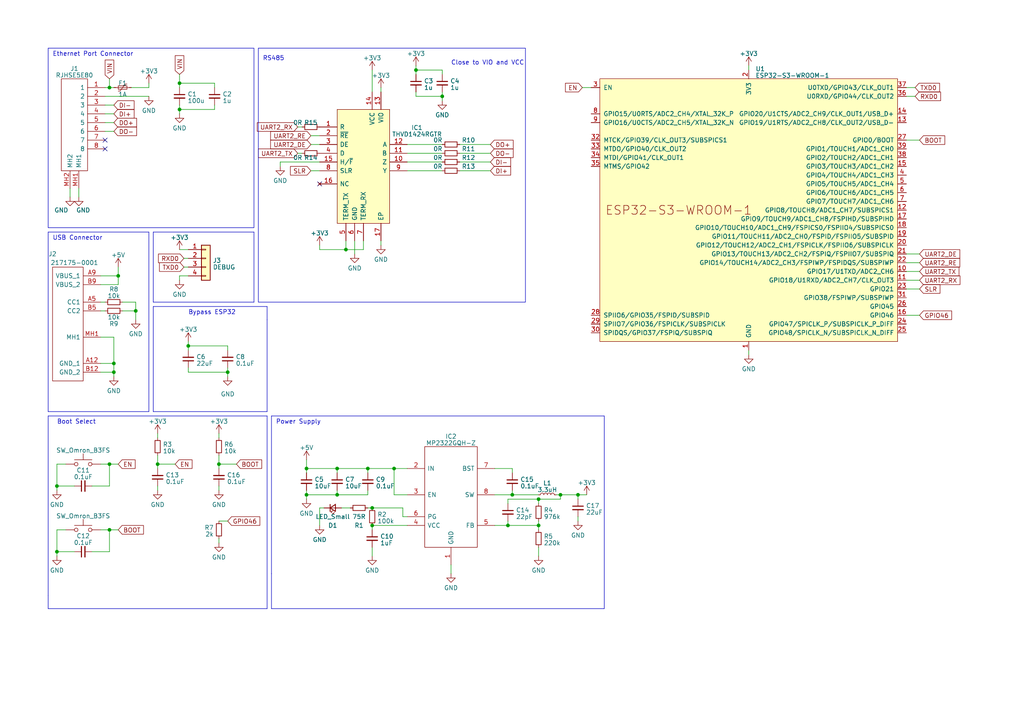
<source format=kicad_sch>
(kicad_sch (version 20230121) (generator eeschema)
  (paper "A4")
  (lib_symbols
    (symbol "Connector_Generic:Conn_01x04" (pin_names (offset 1.016) hide)
      (property "Reference" "J" (at 0 5.08 0))
      (property "Value" "Conn_01x04" (at 0 -7.62 0))
      (symbol "Conn_01x04_1_1"
        (rectangle (start -1.27 -4.953) (end 0 -5.207) (stroke (width 0.1524)))
        (rectangle (start -1.27 -2.413) (end 0 -2.667) (stroke (width 0.1524)))
        (rectangle (start -1.27 0.127) (end 0 -0.127) (stroke (width 0.1524)))
        (rectangle (start -1.27 2.667) (end 0 2.413) (stroke (width 0.1524)))
        (rectangle (start -1.27 3.81) (end 1.27 -6.35) (stroke (width 0.254)) (fill (type background)))
        (pin passive line (at -5.08 2.54 0) (length 3.81) (name "Pin_1") (number "1"))
        (pin passive line (at -5.08 0 0) (length 3.81) (name "Pin_2") (number "2"))
        (pin passive line (at -5.08 -2.54 0) (length 3.81) (name "Pin_3") (number "3"))
        (pin passive line (at -5.08 -5.08 0) (length 3.81) (name "Pin_4") (number "4"))
      )
    )
    (symbol "Device:C_Small" (pin_numbers hide) (pin_names (offset 0.254) hide)
      (property "Reference" "C" (at 0.254 1.778 0))
      (property "Value" "C_Small" (at 0.254 -2.032 0))
      (symbol "C_Small_0_1"
        (polyline (pts (xy -1.524 -0.508) (xy 1.524 -0.508)) (stroke (width 0.3302)))
        (polyline (pts (xy -1.524 0.508) (xy 1.524 0.508)) (stroke (width 0.3048)))
      )
      (symbol "C_Small_1_1"
        (pin passive line (at 0 2.54 270) (length 2.032) (name "~") (number "1"))
        (pin passive line (at 0 -2.54 90) (length 2.032) (name "~") (number "2"))
      )
    )
    (symbol "Device:LED_Small" (pin_numbers hide) (pin_names (offset 0.254) hide)
      (property "Reference" "D" (at -1.27 3.175 0))
      (property "Value" "LED_Small" (at -4.445 -2.54 0))
      (symbol "LED_Small_0_1"
        (polyline (pts (xy -0.762 -1.016) (xy -0.762 1.016)) (stroke (width 0.254)))
        (polyline (pts (xy 1.016 0) (xy -0.762 0)))
        (polyline (pts (xy 0.762 -1.016) (xy -0.762 0) (xy 0.762 1.016) (xy 0.762 -1.016)) (stroke (width 0.254)))
        (polyline (pts (xy 0 0.762) (xy -0.508 1.27) (xy -0.254 1.27) (xy -0.508 1.27) (xy -0.508 1.016)))
        (polyline (pts (xy 0.508 1.27) (xy 0 1.778) (xy 0.254 1.778) (xy 0 1.778) (xy 0 1.524)))
      )
      (symbol "LED_Small_1_1"
        (pin passive line (at -2.54 0 0) (length 1.778) (name "K") (number "1"))
        (pin passive line (at 2.54 0 180) (length 1.778) (name "A") (number "2"))
      )
    )
    (symbol "Device:L_Small" (pin_numbers hide) (pin_names (offset 0.254) hide)
      (property "Reference" "L" (at 0.762 1.016 0))
      (property "Value" "L_Small" (at 0.762 -1.016 0))
      (symbol "L_Small_0_1"
        (arc (start 0 -2.032) (mid 0.5058 -1.524) (end 0 -1.016))
        (arc (start 0 -1.016) (mid 0.5058 -0.508) (end 0 0))
        (arc (start 0 0) (mid 0.5058 0.508) (end 0 1.016))
        (arc (start 0 1.016) (mid 0.5058 1.524) (end 0 2.032))
      )
      (symbol "L_Small_1_1"
        (pin passive line (at 0 2.54 270) (length 0.508) (name "~") (number "1"))
        (pin passive line (at 0 -2.54 90) (length 0.508) (name "~") (number "2"))
      )
    )
    (symbol "Device:Polyfuse_Small" (pin_numbers hide) (pin_names (offset 0))
      (property "Reference" "F" (at -1.905 0 90))
      (property "Value" "Polyfuse_Small" (at 1.905 0 90))
      (symbol "Polyfuse_Small_0_1"
        (rectangle (start -0.508 1.27) (end 0.508 -1.27))
        (polyline (pts (xy 0 2.54) (xy 0 -2.54)))
        (polyline (pts (xy -1.016 1.27) (xy -1.016 0.762) (xy 1.016 -0.762) (xy 1.016 -1.27)))
      )
      (symbol "Polyfuse_Small_1_1"
        (pin passive line (at 0 2.54 270) (length 0.635) (name "~") (number "1"))
        (pin passive line (at 0 -2.54 90) (length 0.635) (name "~") (number "2"))
      )
    )
    (symbol "Device:R_Small" (pin_numbers hide) (pin_names (offset 0.254) hide)
      (property "Reference" "R" (at 0.762 0.508 0))
      (property "Value" "R_Small" (at 0.762 -1.016 0))
      (symbol "R_Small_0_1"
        (rectangle (start -0.762 1.778) (end 0.762 -1.778) (stroke (width 0.2032)))
      )
      (symbol "R_Small_1_1"
        (pin passive line (at 0 2.54 270) (length 0.762) (name "~") (number "1"))
        (pin passive line (at 0 -2.54 90) (length 0.762) (name "~") (number "2"))
      )
    )
    (symbol "Espressif:ESP32-S3-WROOM-1" (pin_names (offset 1.016))
      (property "Reference" "U" (at -43.18 43.18 0))
      (property "Value" "ESP32-S3-WROOM-1" (at -43.18 40.64 0))
      (symbol "ESP32-S3-WROOM-1_0_0"
        (text "ESP32-S3-WROOM-1" (at -20.32 0 0) (effects (font (size 2.54 2.54))))
        (pin power_in line (at 0 -40.64 90) (length 2.54) (name "GND") (number "1"))
        (pin bidirectional line (at 45.72 -17.78 180) (length 2.54) (name "GPIO17/U1TXD/ADC2_CH6") (number "10"))
        (pin bidirectional line (at 45.72 -20.32 180) (length 2.54) (name "GPIO18/U1RXD/ADC2_CH7/CLK_OUT3") (number "11"))
        (pin bidirectional line (at 45.72 0 180) (length 2.54) (name "GPIO8/TOUCH8/ADC1_CH7/SUBSPICS1") (number "12"))
        (pin bidirectional line (at 45.72 25.4 180) (length 2.54) (name "GPIO19/U1RTS/ADC2_CH8/CLK_OUT2/USB_D-") (number "13"))
        (pin bidirectional line (at 45.72 27.94 180) (length 2.54) (name "GPIO20/U1CTS/ADC2_CH9/CLK_OUT1/USB_D+") (number "14"))
        (pin bidirectional line (at 45.72 12.7 180) (length 2.54) (name "GPIO3/TOUCH3/ADC1_CH2") (number "15"))
        (pin bidirectional line (at 45.72 -30.48 180) (length 2.54) (name "GPIO46") (number "16"))
        (pin bidirectional line (at 45.72 -2.54 180) (length 2.54) (name "GPIO9/TOUCH9/ADC1_CH8/FSPIHD/SUBSPIHD") (number "17"))
        (pin bidirectional line (at 45.72 -5.08 180) (length 2.54) (name "GPIO10/TOUCH10/ADC1_CH9/FSPICS0/FSPIIO4/SUBSPICS0") (number "18"))
        (pin bidirectional line (at 45.72 -7.62 180) (length 2.54) (name "GPIO11/TOUCH11/ADC2_CH0/FSPID/FSPIIO5/SUBSPID") (number "19"))
        (pin power_in line (at 0 40.64 270) (length 2.54) (name "3V3") (number "2"))
        (pin bidirectional line (at 45.72 -10.16 180) (length 2.54) (name "GPIO12/TOUCH12/ADC2_CH1/FSPICLK/FSPIIO6/SUBSPICLK") (number "20"))
        (pin bidirectional line (at 45.72 -12.7 180) (length 2.54) (name "GPIO13/TOUCH13/ADC2_CH2/FSPIQ/FSPIIO7/SUBSPIQ") (number "21"))
        (pin bidirectional line (at 45.72 -15.24 180) (length 2.54) (name "GPIO14/TOUCH14/ADC2_CH3/FSPIWP/FSPIDQS/SUBSPIWP") (number "22"))
        (pin bidirectional line (at 45.72 -22.86 180) (length 2.54) (name "GPIO21") (number "23"))
        (pin bidirectional line (at 45.72 -33.02 180) (length 2.54) (name "GPIO47/SPICLK_P/SUBSPICLK_P_DIFF") (number "24"))
        (pin bidirectional line (at 45.72 -35.56 180) (length 2.54) (name "GPIO48/SPICLK_N/SUBSPICLK_N_DIFF") (number "25"))
        (pin bidirectional line (at 45.72 -27.94 180) (length 2.54) (name "GPIO45") (number "26"))
        (pin bidirectional line (at 45.72 20.32 180) (length 2.54) (name "GPIO0/BOOT") (number "27"))
        (pin bidirectional line (at -45.72 -30.48 0) (length 2.54) (name "SPIIO6/GPIO35/FSPID/SUBSPID") (number "28"))
        (pin bidirectional line (at -45.72 -33.02 0) (length 2.54) (name "SPIIO7/GPIO36/FSPICLK/SUBSPICLK") (number "29"))
        (pin input line (at -45.72 35.56 0) (length 2.54) (name "EN") (number "3"))
        (pin bidirectional line (at -45.72 -35.56 0) (length 2.54) (name "SPIDQS/GPIO37/FSPIQ/SUBSPIQ") (number "30"))
        (pin bidirectional line (at 45.72 -25.4 180) (length 2.54) (name "GPIO38/FSPIWP/SUBSPIWP") (number "31"))
        (pin bidirectional line (at -45.72 20.32 0) (length 2.54) (name "MTCK/GPIO39/CLK_OUT3/SUBSPICS1") (number "32"))
        (pin bidirectional line (at -45.72 17.78 0) (length 2.54) (name "MTDO/GPIO40/CLK_OUT2") (number "33"))
        (pin bidirectional line (at -45.72 15.24 0) (length 2.54) (name "MTDI/GPIO41/CLK_OUT1") (number "34"))
        (pin bidirectional line (at -45.72 12.7 0) (length 2.54) (name "MTMS/GPIO42") (number "35"))
        (pin bidirectional line (at 45.72 33.02 180) (length 2.54) (name "U0RXD/GPIO44/CLK_OUT2") (number "36"))
        (pin bidirectional line (at 45.72 35.56 180) (length 2.54) (name "U0TXD/GPIO43/CLK_OUT1") (number "37"))
        (pin bidirectional line (at 45.72 15.24 180) (length 2.54) (name "GPIO2/TOUCH2/ADC1_CH1") (number "38"))
        (pin bidirectional line (at 45.72 17.78 180) (length 2.54) (name "GPIO1/TOUCH1/ADC1_CH0") (number "39"))
        (pin bidirectional line (at 45.72 10.16 180) (length 2.54) (name "GPIO4/TOUCH4/ADC1_CH3") (number "4"))
        (pin passive line (at 0 -40.64 90) (length 2.54) hide (name "GND") (number "40"))
        (pin passive line (at 0 -40.64 90) (length 2.54) hide (name "GND") (number "41"))
        (pin bidirectional line (at 45.72 7.62 180) (length 2.54) (name "GPIO5/TOUCH5/ADC1_CH4") (number "5"))
        (pin bidirectional line (at 45.72 5.08 180) (length 2.54) (name "GPIO6/TOUCH6/ADC1_CH5") (number "6"))
        (pin bidirectional line (at 45.72 2.54 180) (length 2.54) (name "GPIO7/TOUCH7/ADC1_CH6") (number "7"))
        (pin bidirectional line (at -45.72 27.94 0) (length 2.54) (name "GPIO15/U0RTS/ADC2_CH4/XTAL_32K_P") (number "8"))
        (pin bidirectional line (at -45.72 25.4 0) (length 2.54) (name "GPIO16/U0CTS/ADC2_CH5/XTAL_32K_N") (number "9"))
      )
      (symbol "ESP32-S3-WROOM-1_0_1"
        (rectangle (start -43.18 38.1) (end 43.18 -38.1) (fill (type background)))
      )
    )
    (symbol "SamacSys_Parts:THVD1424RGTR" (pin_names (offset 0.762))
      (property "Reference" "IC" (at 21.59 15.24 0))
      (property "Value" "THVD1424RGTR" (at 21.59 12.7 0))
      (symbol "THVD1424RGTR_0_0"
        (pin passive line (at 0 5.08 0) (length 5.08) (name "R") (number "1"))
        (pin passive line (at 25.4 -5.08 180) (length 5.08) (name "Z") (number "10"))
        (pin passive line (at 25.4 -2.54 180) (length 5.08) (name "B") (number "11"))
        (pin passive line (at 25.4 0 180) (length 5.08) (name "A") (number "12"))
        (pin passive line (at 17.78 15.24 270) (length 5.08) (name "VIO") (number "13"))
        (pin passive line (at 15.24 15.24 270) (length 5.08) (name "VCC") (number "14"))
        (pin passive line (at 0 -5.08 0) (length 5.08) (name "H/~{F}") (number "15"))
        (pin no_connect line (at 0 -11.43 0) (length 5.08) (name "NC") (number "16"))
        (pin passive line (at 17.78 -27.94 90) (length 5.08) (name "EP") (number "17"))
        (pin passive line (at 0 2.54 0) (length 5.08) (name "~{RE}") (number "2"))
        (pin passive line (at 0 0 0) (length 5.08) (name "DE") (number "3"))
        (pin passive line (at 0 -2.54 0) (length 5.08) (name "D") (number "4"))
        (pin passive line (at 7.62 -27.94 90) (length 5.08) (name "TERM_TX") (number "5"))
        (pin passive line (at 10.16 -27.94 90) (length 5.08) (name "GND") (number "6"))
        (pin passive line (at 12.7 -27.94 90) (length 5.08) (name "TERM_RX") (number "7"))
        (pin passive line (at 0 -7.62 0) (length 5.08) (name "SLR") (number "8"))
        (pin passive line (at 25.4 -7.62 180) (length 5.08) (name "Y") (number "9"))
      )
      (symbol "THVD1424RGTR_0_1"
        (polyline (pts (xy 5.08 10.16) (xy 20.32 10.16) (xy 20.32 -22.86) (xy 5.08 -22.86) (xy 5.08 10.16)) (stroke (width 0.1524)) (fill (type background)))
      )
    )
    (symbol "Switch:SW_Omron_B3FS" (pin_numbers hide) (pin_names (offset 1.016) hide)
      (property "Reference" "SW" (at 1.27 2.54 0))
      (property "Value" "SW_Omron_B3FS" (at 0 -1.524 0))
      (symbol "SW_Omron_B3FS_0_1"
        (circle (center -2.032 0) (radius 0.508))
        (polyline (pts (xy 0 1.27) (xy 0 3.048)))
        (polyline (pts (xy 2.54 1.27) (xy -2.54 1.27)))
        (circle (center 2.032 0) (radius 0.508))
        (pin passive line (at -5.08 0 0) (length 2.54) (name "1") (number "1"))
        (pin passive line (at 5.08 0 180) (length 2.54) (name "2") (number "2"))
      )
    )
    (symbol "broker:217175-0001" (pin_names (offset 0.762))
      (property "Reference" "J" (at 29.21 7.62 0))
      (property "Value" "217175-0001" (at 29.21 5.08 0))
      (symbol "217175-0001_0_0"
        (pin passive line (at 19.05 -13.97 180) (length 5.08) (name "GND_1") (number "A12"))
        (pin passive line (at 19.05 3.81 180) (length 5.08) (name "CC1") (number "A5"))
        (pin passive line (at 19.05 11.43 180) (length 5.08) (name "VBUS_1") (number "A9"))
        (pin passive line (at 19.05 -16.51 180) (length 5.08) (name "GND_2") (number "B12"))
        (pin passive line (at 19.05 1.27 180) (length 5.08) (name "CC2") (number "B5"))
        (pin passive line (at 19.05 8.89 180) (length 5.08) (name "VBUS_2") (number "B9"))
        (pin passive line (at 19.05 -6.35 180) (length 5.08) (name "MH1") (number "MH1"))
        (pin passive line (at 19.05 -6.35 180) (length 5.08) hide (name "MH2") (number "MH2"))
        (pin passive line (at 19.05 -6.35 180) (length 5.08) hide (name "MH3") (number "MH3"))
        (pin passive line (at 19.05 -6.35 180) (length 5.08) hide (name "MH4") (number "MH4"))
      )
      (symbol "217175-0001_0_1"
        (polyline (pts (xy 5.08 13.97) (xy 13.97 13.97) (xy 13.97 -19.05) (xy 5.08 -19.05) (xy 5.08 13.97)) (stroke (width 0.1524)))
      )
    )
    (symbol "broker:MP2322GQH-Z" (pin_names (offset 0.762))
      (property "Reference" "IC" (at 21.59 7.62 0))
      (property "Value" "MP2322GQH-Z" (at 21.59 5.08 0))
      (symbol "MP2322GQH-Z_0_0"
        (pin passive line (at 12.7 -31.75 90) (length 5.08) (name "GND") (number "1"))
        (pin passive line (at 0 -3.81 0) (length 5.08) (name "IN") (number "2"))
        (pin passive line (at 0 -11.43 0) (length 5.08) (name "EN") (number "3"))
        (pin passive line (at 0 -20.32 0) (length 5.08) (name "VCC") (number "4"))
        (pin passive line (at 25.4 -20.32 180) (length 5.08) (name "FB") (number "5"))
        (pin passive line (at 0 -17.78 0) (length 5.08) (name "PG") (number "6"))
        (pin passive line (at 25.4 -3.81 180) (length 5.08) (name "BST") (number "7"))
        (pin passive line (at 25.4 -11.43 180) (length 5.08) (name "SW") (number "8"))
      )
      (symbol "MP2322GQH-Z_0_1"
        (polyline (pts (xy 5.08 2.54) (xy 20.32 2.54) (xy 20.32 -26.67) (xy 5.08 -26.67) (xy 5.08 2.54)) (stroke (width 0.1524)))
      )
    )
    (symbol "power:+3V3" (power) (pin_names (offset 0))
      (property "Value" "+3V3" (at 0 3.556 0))
      (symbol "+3V3_0_1"
        (polyline (pts (xy -0.762 1.27) (xy 0 2.54)))
        (polyline (pts (xy 0 0) (xy 0 2.54)))
        (polyline (pts (xy 0 2.54) (xy 0.762 1.27)))
      )
      (symbol "+3V3_1_1"
        (pin power_in line (at 0 0 90) (length 0) hide (name "+3V3") (number "1"))
      )
    )
    (symbol "power:+5V" (power) (pin_names (offset 0))
      (property "Value" "+5V" (at 0 3.556 0))
      (symbol "+5V_0_1"
        (polyline (pts (xy -0.762 1.27) (xy 0 2.54)))
        (polyline (pts (xy 0 0) (xy 0 2.54)))
        (polyline (pts (xy 0 2.54) (xy 0.762 1.27)))
      )
      (symbol "+5V_1_1"
        (pin power_in line (at 0 0 90) (length 0) hide (name "+5V") (number "1"))
      )
    )
    (symbol "power:GND" (power) (pin_names (offset 0))
      (property "Value" "GND" (at 0 -3.81 0))
      (symbol "GND_0_1"
        (polyline (pts (xy 0 0) (xy 0 -1.27) (xy 1.27 -1.27) (xy 0 -2.54) (xy -1.27 -1.27) (xy 0 -1.27)))
      )
      (symbol "GND_1_1"
        (pin power_in line (at 0 0 270) (length 0) hide (name "GND") (number "1"))
      )
    )
    (symbol "symbols:RJHSE5E80" (pin_names (offset 0.762))
      (property "Reference" "J" (at 21.59 12.7 0))
      (property "Value" "RJHSE5E80" (at 21.59 10.16 0))
      (symbol "RJHSE5E80_0_0"
        (pin passive line (at 12.7 16.51 180) (length 5.08) (name "1") (number "1"))
        (pin passive line (at 12.7 13.97 180) (length 5.08) (name "2") (number "2"))
        (pin passive line (at 12.7 11.43 180) (length 5.08) (name "3") (number "3"))
        (pin passive line (at 12.7 8.89 180) (length 5.08) (name "4") (number "4"))
        (pin passive line (at 12.7 6.35 180) (length 5.08) (name "5") (number "5"))
        (pin passive line (at 12.7 3.81 180) (length 5.08) (name "6") (number "6"))
        (pin passive line (at 12.7 1.27 180) (length 5.08) (name "7") (number "7"))
        (pin passive line (at 12.7 -1.27 180) (length 5.08) (name "8") (number "8"))
        (pin passive line (at 5.08 -12.7 90) (length 5.08) (name "MH1") (number "MH1"))
        (pin passive line (at 2.54 -12.7 90) (length 5.08) (name "MH2") (number "MH2"))
      )
      (symbol "RJHSE5E80_0_1"
        (polyline (pts (xy 0 19.05) (xy 7.62 19.05) (xy 7.62 -7.62) (xy 0 -7.62) (xy 0 19.05)) (stroke (width 0.1524)))
      )
    )
  )
  (junction (at 156.21 144.78))
  (junction (at 52.07 31.75))
  (junction (at 128.27 27.94))
  (junction (at 97.79 135.89))
  (junction (at 45.72 134.62))
  (junction (at 162.56 143.51))
  (junction (at 52.07 24.13))
  (junction (at 107.95 152.4))
  (junction (at 88.9 143.51))
  (junction (at 31.75 25.4))
  (junction (at 54.61 100.33))
  (junction (at 66.04 107.95))
  (junction (at 107.95 147.32))
  (junction (at 100.33 72.39))
  (junction (at 39.37 90.17))
  (junction (at 97.79 143.51))
  (junction (at 16.51 140.97))
  (junction (at 120.65 20.32))
  (junction (at 156.21 152.4))
  (junction (at 34.29 80.01))
  (junction (at 114.3 135.89))
  (junction (at 147.32 152.4))
  (junction (at 88.9 135.89))
  (junction (at 148.59 143.51))
  (junction (at 33.02 105.41))
  (junction (at 167.64 143.51))
  (junction (at 16.51 160.02))
  (junction (at 31.75 134.62))
  (junction (at 33.02 107.95))
  (junction (at 31.75 153.67))
  (junction (at 106.68 135.89))
  (junction (at 63.5 134.62))
  (no_connect (at 92.71 53.34))
  (no_connect (at 30.48 40.64))
  (no_connect (at 30.48 43.18))
  (wire (pts (xy 118.11 41.91) (xy 128.27 41.91)))
  (wire (pts (xy 45.72 140.97) (xy 45.72 142.24)))
  (wire (pts (xy 43.18 25.4) (xy 38.1 25.4)))
  (wire (pts (xy 30.48 38.1) (xy 33.02 38.1)))
  (wire (pts (xy 63.5 156.21) (xy 63.5 157.48)))
  (polyline (pts (xy 77.47 120.65) (xy 13.97 120.65)))
  (polyline (pts (xy 13.97 120.65) (xy 13.97 172.72)))
  (wire (pts (xy 63.5 134.62) (xy 63.5 135.89)))
  (wire (pts (xy 116.84 147.32) (xy 107.95 147.32)))
  (wire (pts (xy 92.71 72.39) (xy 92.71 71.12)))
  (wire (pts (xy 118.11 49.53) (xy 128.27 49.53)))
  (wire (pts (xy 156.21 152.4) (xy 156.21 153.67)))
  (wire (pts (xy 120.65 20.32) (xy 120.65 21.59)))
  (wire (pts (xy 39.37 90.17) (xy 39.37 87.63)))
  (wire (pts (xy 116.84 149.86) (xy 118.11 149.86)))
  (wire (pts (xy 100.33 69.85) (xy 100.33 72.39)))
  (wire (pts (xy 128.27 27.94) (xy 120.65 27.94)))
  (wire (pts (xy 50.8 134.62) (xy 45.72 134.62)))
  (wire (pts (xy 86.36 44.45) (xy 87.63 44.45)))
  (wire (pts (xy 120.65 20.32) (xy 128.27 20.32)))
  (polyline (pts (xy 43.18 67.31) (xy 43.18 119.38)))
  (wire (pts (xy 262.89 83.82) (xy 266.7 83.82)))
  (polyline (pts (xy 175.26 120.65) (xy 175.26 176.53)))
  (wire (pts (xy 148.59 143.51) (xy 143.51 143.51)))
  (wire (pts (xy 20.32 54.61) (xy 20.32 57.15)))
  (wire (pts (xy 31.75 153.67) (xy 34.29 153.67)))
  (wire (pts (xy 118.11 143.51) (xy 114.3 143.51)))
  (wire (pts (xy 66.04 107.95) (xy 66.04 106.68)))
  (wire (pts (xy 31.75 153.67) (xy 31.75 160.02)))
  (wire (pts (xy 90.17 49.53) (xy 92.71 49.53)))
  (wire (pts (xy 16.51 153.67) (xy 16.51 160.02)))
  (wire (pts (xy 133.35 41.91) (xy 142.24 41.91)))
  (wire (pts (xy 52.07 30.48) (xy 52.07 31.75)))
  (wire (pts (xy 262.89 76.2) (xy 266.7 76.2)))
  (wire (pts (xy 100.33 72.39) (xy 92.71 72.39)))
  (polyline (pts (xy 78.74 166.37) (xy 78.74 176.53)))
  (wire (pts (xy 167.64 143.51) (xy 167.64 144.78)))
  (wire (pts (xy 217.17 19.05) (xy 217.17 20.32)))
  (wire (pts (xy 52.07 24.13) (xy 52.07 25.4)))
  (wire (pts (xy 156.21 152.4) (xy 147.32 152.4)))
  (polyline (pts (xy 77.47 119.38) (xy 44.45 119.38)))
  (wire (pts (xy 30.48 30.48) (xy 33.02 30.48)))
  (wire (pts (xy 31.75 160.02) (xy 26.67 160.02)))
  (wire (pts (xy 66.04 100.33) (xy 66.04 101.6)))
  (wire (pts (xy 63.5 125.73) (xy 63.5 127)))
  (wire (pts (xy 39.37 87.63) (xy 35.56 87.63)))
  (wire (pts (xy 31.75 25.4) (xy 33.02 25.4)))
  (wire (pts (xy 97.79 135.89) (xy 106.68 135.89)))
  (wire (pts (xy 45.72 125.73) (xy 45.72 127)))
  (wire (pts (xy 29.21 90.17) (xy 30.48 90.17)))
  (wire (pts (xy 147.32 152.4) (xy 143.51 152.4)))
  (wire (pts (xy 106.68 135.89) (xy 106.68 137.16)))
  (wire (pts (xy 156.21 144.78) (xy 147.32 144.78)))
  (wire (pts (xy 167.64 143.51) (xy 170.18 143.51)))
  (wire (pts (xy 167.64 149.86) (xy 167.64 151.13)))
  (wire (pts (xy 97.79 143.51) (xy 97.79 142.24)))
  (wire (pts (xy 118.11 44.45) (xy 128.27 44.45)))
  (wire (pts (xy 130.81 163.83) (xy 130.81 166.37)))
  (wire (pts (xy 54.61 80.01) (xy 52.07 80.01)))
  (polyline (pts (xy 77.47 176.53) (xy 77.47 120.65)))
  (wire (pts (xy 81.28 46.99) (xy 92.71 46.99)))
  (wire (pts (xy 52.07 80.01) (xy 52.07 81.28)))
  (wire (pts (xy 88.9 143.51) (xy 97.79 143.51)))
  (wire (pts (xy 52.07 31.75) (xy 52.07 33.02)))
  (wire (pts (xy 114.3 143.51) (xy 114.3 135.89)))
  (wire (pts (xy 33.02 97.79) (xy 29.21 97.79)))
  (wire (pts (xy 262.89 81.28) (xy 266.7 81.28)))
  (wire (pts (xy 114.3 135.89) (xy 106.68 135.89)))
  (wire (pts (xy 148.59 143.51) (xy 156.21 143.51)))
  (wire (pts (xy 156.21 151.13) (xy 156.21 152.4)))
  (wire (pts (xy 110.49 25.4) (xy 110.49 26.67)))
  (wire (pts (xy 105.41 69.85) (xy 105.41 72.39)))
  (wire (pts (xy 107.95 152.4) (xy 118.11 152.4)))
  (wire (pts (xy 63.5 140.97) (xy 63.5 142.24)))
  (wire (pts (xy 31.75 134.62) (xy 31.75 140.97)))
  (wire (pts (xy 262.89 73.66) (xy 266.7 73.66)))
  (wire (pts (xy 53.34 74.93) (xy 54.61 74.93)))
  (wire (pts (xy 217.17 101.6) (xy 217.17 102.87)))
  (wire (pts (xy 118.11 46.99) (xy 128.27 46.99)))
  (wire (pts (xy 107.95 158.75) (xy 107.95 161.29)))
  (wire (pts (xy 148.59 135.89) (xy 148.59 137.16)))
  (wire (pts (xy 34.29 80.01) (xy 29.21 80.01)))
  (wire (pts (xy 33.02 105.41) (xy 29.21 105.41)))
  (wire (pts (xy 262.89 27.94) (xy 265.43 27.94)))
  (polyline (pts (xy 44.45 87.63) (xy 44.45 67.31)))
  (wire (pts (xy 68.58 134.62) (xy 63.5 134.62)))
  (wire (pts (xy 22.86 54.61) (xy 22.86 57.15)))
  (wire (pts (xy 53.34 77.47) (xy 54.61 77.47)))
  (wire (pts (xy 162.56 143.51) (xy 167.64 143.51)))
  (wire (pts (xy 107.95 153.67) (xy 107.95 152.4)))
  (wire (pts (xy 147.32 151.13) (xy 147.32 152.4)))
  (wire (pts (xy 128.27 26.67) (xy 128.27 27.94)))
  (polyline (pts (xy 13.97 67.31) (xy 13.97 119.38)))
  (wire (pts (xy 45.72 134.62) (xy 45.72 135.89)))
  (wire (pts (xy 34.29 77.47) (xy 34.29 80.01)))
  (wire (pts (xy 168.91 25.4) (xy 171.45 25.4)))
  (polyline (pts (xy 44.45 67.31) (xy 73.66 67.31)))
  (wire (pts (xy 97.79 135.89) (xy 88.9 135.89)))
  (wire (pts (xy 162.56 144.78) (xy 162.56 143.51)))
  (wire (pts (xy 39.37 90.17) (xy 35.56 90.17)))
  (wire (pts (xy 54.61 100.33) (xy 54.61 101.6)))
  (wire (pts (xy 52.07 72.39) (xy 54.61 72.39)))
  (wire (pts (xy 29.21 87.63) (xy 30.48 87.63)))
  (polyline (pts (xy 13.97 67.31) (xy 43.18 67.31)))
  (polyline (pts (xy 73.66 87.63) (xy 44.45 87.63)))
  (wire (pts (xy 90.17 41.91) (xy 92.71 41.91)))
  (wire (pts (xy 33.02 107.95) (xy 29.21 107.95)))
  (wire (pts (xy 262.89 91.44) (xy 266.7 91.44)))
  (wire (pts (xy 92.71 152.4) (xy 92.71 147.32)))
  (wire (pts (xy 116.84 149.86) (xy 116.84 147.32)))
  (wire (pts (xy 81.28 46.99) (xy 81.28 48.26)))
  (wire (pts (xy 88.9 144.78) (xy 88.9 143.51)))
  (wire (pts (xy 54.61 107.95) (xy 54.61 106.68)))
  (wire (pts (xy 30.48 33.02) (xy 33.02 33.02)))
  (wire (pts (xy 133.35 44.45) (xy 142.24 44.45)))
  (wire (pts (xy 148.59 142.24) (xy 148.59 143.51)))
  (polyline (pts (xy 78.74 166.37) (xy 78.74 120.65)))
  (wire (pts (xy 52.07 31.75) (xy 62.23 31.75)))
  (wire (pts (xy 156.21 158.75) (xy 156.21 161.29)))
  (wire (pts (xy 54.61 100.33) (xy 66.04 100.33)))
  (wire (pts (xy 107.95 20.32) (xy 107.95 26.67)))
  (polyline (pts (xy 44.45 119.38) (xy 44.45 88.9)))
  (wire (pts (xy 33.02 97.79) (xy 33.02 105.41)))
  (wire (pts (xy 156.21 144.78) (xy 162.56 144.78)))
  (wire (pts (xy 16.51 160.02) (xy 16.51 161.29)))
  (wire (pts (xy 29.21 153.67) (xy 31.75 153.67)))
  (polyline (pts (xy 77.47 88.9) (xy 77.47 92.71)))
  (wire (pts (xy 105.41 72.39) (xy 100.33 72.39)))
  (polyline (pts (xy 77.47 92.71) (xy 77.47 119.38)))
  (polyline (pts (xy 13.97 172.72) (xy 13.97 176.53)))
  (wire (pts (xy 16.51 140.97) (xy 16.51 142.24)))
  (wire (pts (xy 102.87 69.85) (xy 102.87 73.66)))
  (wire (pts (xy 16.51 153.67) (xy 19.05 153.67)))
  (wire (pts (xy 120.65 27.94) (xy 120.65 26.67)))
  (wire (pts (xy 16.51 134.62) (xy 16.51 140.97)))
  (polyline (pts (xy 44.45 88.9) (xy 77.47 88.9)))
  (wire (pts (xy 31.75 22.86) (xy 31.75 25.4)))
  (polyline (pts (xy 13.97 176.53) (xy 77.47 176.53)))
  (wire (pts (xy 106.68 143.51) (xy 106.68 142.24)))
  (wire (pts (xy 39.37 92.71) (xy 39.37 90.17)))
  (wire (pts (xy 88.9 135.89) (xy 88.9 137.16)))
  (polyline (pts (xy 78.74 120.65) (xy 175.26 120.65)))
  (wire (pts (xy 128.27 27.94) (xy 128.27 29.21)))
  (wire (pts (xy 52.07 24.13) (xy 62.23 24.13)))
  (wire (pts (xy 43.18 25.4) (xy 43.18 24.13)))
  (wire (pts (xy 54.61 99.06) (xy 54.61 100.33)))
  (wire (pts (xy 31.75 140.97) (xy 26.67 140.97)))
  (wire (pts (xy 21.59 140.97) (xy 16.51 140.97)))
  (wire (pts (xy 45.72 134.62) (xy 45.72 132.08)))
  (wire (pts (xy 88.9 135.89) (xy 88.9 133.35)))
  (wire (pts (xy 128.27 20.32) (xy 128.27 21.59)))
  (wire (pts (xy 90.17 39.37) (xy 92.71 39.37)))
  (polyline (pts (xy 175.26 176.53) (xy 78.74 176.53)))
  (wire (pts (xy 34.29 80.01) (xy 34.29 82.55)))
  (wire (pts (xy 86.36 36.83) (xy 87.63 36.83)))
  (wire (pts (xy 29.21 134.62) (xy 31.75 134.62)))
  (wire (pts (xy 30.48 35.56) (xy 33.02 35.56)))
  (wire (pts (xy 62.23 31.75) (xy 62.23 30.48)))
  (wire (pts (xy 118.11 135.89) (xy 114.3 135.89)))
  (wire (pts (xy 30.48 27.94) (xy 43.18 27.94)))
  (wire (pts (xy 88.9 142.24) (xy 88.9 143.51)))
  (wire (pts (xy 33.02 107.95) (xy 33.02 105.41)))
  (wire (pts (xy 21.59 160.02) (xy 16.51 160.02)))
  (wire (pts (xy 120.65 19.05) (xy 120.65 20.32)))
  (wire (pts (xy 30.48 25.4) (xy 31.75 25.4)))
  (wire (pts (xy 52.07 21.59) (xy 52.07 24.13)))
  (wire (pts (xy 262.89 78.74) (xy 266.7 78.74)))
  (wire (pts (xy 66.04 107.95) (xy 66.04 109.22)))
  (polyline (pts (xy 43.18 119.38) (xy 13.97 119.38)))
  (wire (pts (xy 262.89 40.64) (xy 266.7 40.64)))
  (wire (pts (xy 16.51 134.62) (xy 19.05 134.62)))
  (wire (pts (xy 99.06 147.32) (xy 101.6 147.32)))
  (wire (pts (xy 147.32 144.78) (xy 147.32 146.05)))
  (wire (pts (xy 143.51 135.89) (xy 148.59 135.89)))
  (wire (pts (xy 262.89 25.4) (xy 265.43 25.4)))
  (wire (pts (xy 66.04 107.95) (xy 54.61 107.95)))
  (wire (pts (xy 31.75 134.62) (xy 34.29 134.62)))
  (wire (pts (xy 33.02 109.22) (xy 33.02 107.95)))
  (polyline (pts (xy 73.66 67.31) (xy 73.66 87.63)))
  (wire (pts (xy 92.71 147.32) (xy 93.98 147.32)))
  (wire (pts (xy 66.04 151.13) (xy 63.5 151.13)))
  (wire (pts (xy 97.79 143.51) (xy 106.68 143.51)))
  (wire (pts (xy 133.35 46.99) (xy 142.24 46.99)))
  (wire (pts (xy 34.29 82.55) (xy 29.21 82.55)))
  (wire (pts (xy 110.49 69.85) (xy 110.49 71.12)))
  (wire (pts (xy 133.35 49.53) (xy 142.24 49.53)))
  (wire (pts (xy 161.29 143.51) (xy 162.56 143.51)))
  (wire (pts (xy 97.79 135.89) (xy 97.79 137.16)))
  (wire (pts (xy 63.5 134.62) (xy 63.5 132.08)))
  (wire (pts (xy 156.21 144.78) (xy 156.21 146.05)))
  (wire (pts (xy 106.68 147.32) (xy 107.95 147.32)))
  (wire (pts (xy 62.23 24.13) (xy 62.23 25.4)))
  (rectangle (start 13.97 13.97) (end 73.66 66.04))
  (rectangle (start 74.93 13.97) (end 152.4 87.63))
  (text "Bypass ESP32" (at 54.61 91.44 0) (effects (font (size 1.27 1.27)) (justify left bottom)))
  (text "RS485" (at 76.2 17.78 0) (effects (font (size 1.27 1.27)) (justify left bottom)))
  (text "Boot Select" (at 16.51 123.19 0) (effects (font (size 1.27 1.27)) (justify left bottom)))
  (text "USB Connector" (at 15.24 69.85 0) (effects (font (size 1.27 1.27)) (justify left bottom)))
  (text "Close to VIO and VCC" (at 130.81 19.05 0) (effects (font (size 1.27 1.27)) (justify left bottom)))
  (text "Ethernet Port Connector" (at 15.24 16.51 0) (effects (font (size 1.27 1.27)) (justify left bottom)))
  (text "Power Supply" (at 80.01 123.19 0) (effects (font (size 1.27 1.27)) (justify left bottom)))
  (global_label "VIN" (shape input) (at 31.75 22.86 90) (property "Intersheetrefs" "${INTERSHEET_REFS}" (effects hide)))
  (global_label "UART2_TX" (shape input) (at 86.36 44.45 180) (property "Intersheetrefs" "${INTERSHEET_REFS}" (effects hide)))
  (global_label "SLR" (shape input) (at 90.17 49.53 180) (property "Intersheetrefs" "${INTERSHEET_REFS}" (effects hide)))
  (global_label "DI-" (shape input) (at 142.24 46.99 0) (property "Intersheetrefs" "${INTERSHEET_REFS}" (effects hide)))
  (global_label "TXD0" (shape input) (at 265.43 25.4 0) (property "Intersheetrefs" "${INTERSHEET_REFS}" (effects hide)))
  (global_label "BOOT" (shape input) (at 68.58 134.62 0) (property "Intersheetrefs" "${INTERSHEET_REFS}" (effects hide)))
  (global_label "GPIO46" (shape input) (at 66.04 151.13 0) (property "Intersheetrefs" "${INTERSHEET_REFS}" (effects hide)))
  (global_label "DI+" (shape input) (at 33.02 33.02 0) (property "Intersheetrefs" "${INTERSHEET_REFS}" (effects hide)))
  (global_label "DO-" (shape input) (at 142.24 44.45 0) (property "Intersheetrefs" "${INTERSHEET_REFS}" (effects hide)))
  (global_label "SLR" (shape input) (at 266.7 83.82 0) (property "Intersheetrefs" "${INTERSHEET_REFS}" (effects hide)))
  (global_label "DI+" (shape input) (at 142.24 49.53 0) (property "Intersheetrefs" "${INTERSHEET_REFS}" (effects hide)))
  (global_label "DO+" (shape input) (at 33.02 35.56 0) (property "Intersheetrefs" "${INTERSHEET_REFS}" (effects hide)))
  (global_label "VIN" (shape input) (at 52.07 21.59 90) (property "Intersheetrefs" "${INTERSHEET_REFS}" (effects hide)))
  (global_label "DI-" (shape input) (at 33.02 30.48 0) (property "Intersheetrefs" "${INTERSHEET_REFS}" (effects hide)))
  (global_label "UART2_RX" (shape input) (at 86.36 36.83 180) (property "Intersheetrefs" "${INTERSHEET_REFS}" (effects hide)))
  (global_label "EN" (shape input) (at 50.8 134.62 0) (property "Intersheetrefs" "${INTERSHEET_REFS}" (effects hide)))
  (global_label "RXD0" (shape input) (at 265.43 27.94 0) (property "Intersheetrefs" "${INTERSHEET_REFS}" (effects hide)))
  (global_label "GPIO46" (shape input) (at 266.7 91.44 0) (property "Intersheetrefs" "${INTERSHEET_REFS}" (effects hide)))
  (global_label "UART2_TX" (shape input) (at 266.7 78.74 0) (property "Intersheetrefs" "${INTERSHEET_REFS}" (effects hide)))
  (global_label "EN" (shape input) (at 34.29 134.62 0) (property "Intersheetrefs" "${INTERSHEET_REFS}" (effects hide)))
  (global_label "BOOT" (shape input) (at 266.7 40.64 0) (property "Intersheetrefs" "${INTERSHEET_REFS}" (effects hide)))
  (global_label "BOOT" (shape input) (at 34.29 153.67 0) (property "Intersheetrefs" "${INTERSHEET_REFS}" (effects hide)))
  (global_label "DO-" (shape input) (at 33.02 38.1 0) (property "Intersheetrefs" "${INTERSHEET_REFS}" (effects hide)))
  (global_label "UART2_DE" (shape input) (at 90.17 41.91 180) (property "Intersheetrefs" "${INTERSHEET_REFS}" (effects hide)))
  (global_label "UART2_RE" (shape input) (at 90.17 39.37 180) (property "Intersheetrefs" "${INTERSHEET_REFS}" (effects hide)))
  (global_label "RXD0" (shape input) (at 53.34 74.93 180) (property "Intersheetrefs" "${INTERSHEET_REFS}" (effects hide)))
  (global_label "TXD0" (shape input) (at 53.34 77.47 180) (property "Intersheetrefs" "${INTERSHEET_REFS}" (effects hide)))
  (global_label "DO+" (shape input) (at 142.24 41.91 0) (property "Intersheetrefs" "${INTERSHEET_REFS}" (effects hide)))
  (global_label "UART2_DE" (shape input) (at 266.7 73.66 0) (property "Intersheetrefs" "${INTERSHEET_REFS}" (effects hide)))
  (global_label "UART2_RE" (shape input) (at 266.7 76.2 0) (property "Intersheetrefs" "${INTERSHEET_REFS}" (effects hide)))
  (global_label "EN" (shape input) (at 168.91 25.4 180) (property "Intersheetrefs" "${INTERSHEET_REFS}" (effects hide)))
  (global_label "UART2_RX" (shape input) (at 266.7 81.28 0) (property "Intersheetrefs" "${INTERSHEET_REFS}" (effects hide)))
  (symbol (lib_id "power:GND") (at 107.95 161.29 0) (unit 1)
    (property "Reference" "#PWR024" (effects hide))
    (property "Value" "GND" (at 107.95 165.4255 0))
  )
  (symbol (lib_id "Device:C_Small") (at 66.04 104.14 180) (unit 1)
    (property "Reference" "C8" (at 68.3641 103.4899 0) (effects (justify right)))
    (property "Value" "0.1uF" (at 68.3641 105.4109 0) (effects (justify right)))
    (property "Footprint" "Capacitor_SMD:C_0402_1005Metric" (effects hide))
  )
  (symbol (lib_id "power:GND") (at 88.9 144.78 0) (unit 1)
    (property "Reference" "#PWR017" (effects hide))
    (property "Value" "GND" (at 88.9 148.9155 0))
  )
  (symbol (lib_id "broker:217175-0001") (at 10.16 91.44 0) (unit 1)
    (property "Reference" "J2" (at 15.24 73.66 0))
    (property "Value" "217175-0001" (at 21.59 76.2 0))
    (property "Footprint" "libraries:2171750001" (effects hide))
    (property "Datasheet" "https://www.molex.com/pdm_docs/sd/2171750001_sd.pdf" (effects hide))
    (property "Description" "Connector USB Type C Female 6Positions 0.5mm Right Angle SMT Embossed T/R - Tape and Reel" (effects hide))
    (property "Height" "3.46" (effects hide))
    (property "Mouser Part Number" "538-217175-0001" (effects hide))
    (property "Mouser Price/Stock" "https://www.mouser.co.uk/ProductDetail/Molex/217175-0001?qs=DRkmTr78QARWJMiqNnldSg%3D%3D" (effects hide))
    (property "Manufacturer_Name" "Molex" (effects hide))
    (property "Manufacturer_Part_Number" "217175-0001" (effects hide))
  )
  (symbol (lib_id "power:+3V3") (at 52.07 72.39 0) (unit 1)
    (property "Reference" "#PWR018" (effects hide))
    (property "Value" "+3V3" (at 52.07 68.8881 0))
  )
  (symbol (lib_id "Device:R_Small") (at 130.81 44.45 90) (unit 1)
    (property "Reference" "R11" (at 135.89 43.18 90))
    (property "Value" "0R" (at 127 43.18 90))
    (property "Footprint" "Resistor_SMD:R_0402_1005Metric_Pad0.72x0.64mm_HandSolder" (effects hide))
  )
  (symbol (lib_id "SamacSys_Parts:THVD1424RGTR") (at 92.71 41.91 0) (unit 1)
    (property "Reference" "IC1" (at 120.9488 37.0203 0))
    (property "Value" "THVD1424RGTR" (at 120.9488 38.9413 0))
    (property "Footprint" "QFN50P300X300X100-17N-D" (effects hide))
    (property "Datasheet" "https://www.ti.com/lit/ds/symlink/thvd1424.pdf?ts=1680263926066&ref_url=https%253A%252F%252Fwww.ti.com%252Fproduct%252FTHVD1424%252Fpart-details%252FTHVD1424RGTR" (effects hide))
    (property "Description" "RS-485 Interface IC RS-485 transceiver with slew-rate control, integrated switchable termination and duplex switching 16-VQFN -40 to 125" (effects hide))
    (property "Height" "1" (effects hide))
    (property "Mouser Part Number" "595-THVD1424RGTR" (effects hide))
    (property "Mouser Price/Stock" "https://www.mouser.co.uk/ProductDetail/Texas-Instruments/THVD1424RGTR?qs=Y0Uzf4wQF3mE4SAwEC4Vhg%3D%3D" (effects hide))
    (property "Manufacturer_Name" "Texas Instruments" (effects hide))
    (property "Manufacturer_Part_Number" "THVD1424RGTR" (effects hide))
  )
  (symbol (lib_id "Device:C_Small") (at 45.72 138.43 180) (unit 1)
    (property "Reference" "C13" (at 48.0441 137.7799 0) (effects (justify right)))
    (property "Value" "0.1uF" (at 48.0441 139.7009 0) (effects (justify right)))
    (property "Footprint" "Capacitor_SMD:C_0402_1005Metric" (effects hide))
  )
  (symbol (lib_id "power:GND") (at 52.07 33.02 0) (unit 1)
    (property "Reference" "#PWR03" (effects hide))
    (property "Value" "GND" (at 52.07 37.1555 0))
  )
  (symbol (lib_id "Device:C_Small") (at 52.07 27.94 0) (unit 1)
    (property "Reference" "C1" (at 54.3941 27.3026 0) (effects (justify left)))
    (property "Value" "100u" (at 54.3941 29.2236 0) (effects (justify left)))
    (property "Footprint" "Capacitor_SMD:C_0805_2012Metric_Pad1.18x1.45mm_HandSolder" (effects hide))
  )
  (symbol (lib_id "Device:R_Small") (at 104.14 147.32 270) (unit 1)
    (property "Reference" "R1" (at 104.14 152.4 90))
    (property "Value" "75R" (at 104.14 149.86 90))
    (property "Footprint" "Resistor_SMD:R_0603_1608Metric_Pad0.98x0.95mm_HandSolder" (effects hide))
  )
  (symbol (lib_id "Device:C_Small") (at 167.64 147.32 0) (unit 1)
    (property "Reference" "C17" (at 169.9641 146.6826 0) (effects (justify left)))
    (property "Value" "22uF" (at 169.9641 148.6036 0) (effects (justify left)))
    (property "Footprint" "Capacitor_SMD:C_0805_2012Metric_Pad1.18x1.45mm_HandSolder" (effects hide))
  )
  (symbol (lib_id "power:GND") (at 92.71 152.4 0) (unit 1)
    (property "Reference" "#PWR021" (effects hide))
    (property "Value" "GND" (at 92.71 156.5355 0))
  )
  (symbol (lib_id "power:+3V3") (at 217.17 19.05 0) (unit 1)
    (property "Reference" "#PWR035" (effects hide))
    (property "Value" "+3V3" (at 217.17 15.5481 0))
  )
  (symbol (lib_id "Device:R_Small") (at 63.5 153.67 0) (mirror y) (unit 1)
    (property "Reference" "R7" (at 62.0014 153.0263 0) (effects (justify left)))
    (property "Value" "2k" (at 62.0014 154.9473 0) (effects (justify left)))
    (property "Footprint" "Resistor_SMD:R_0603_1608Metric_Pad0.98x0.95mm_HandSolder" (effects hide))
  )
  (symbol (lib_id "Device:C_Small") (at 24.13 160.02 90) (unit 1)
    (property "Reference" "C12" (at 24.1363 155.448 90))
    (property "Value" "0.1uF" (at 24.1363 157.369 90))
    (property "Footprint" "Capacitor_SMD:C_0402_1005Metric" (effects hide))
  )
  (symbol (lib_id "Device:R_Small") (at 33.02 90.17 90) (mirror x) (unit 1)
    (property "Reference" "R9" (at 33.02 93.9165 90))
    (property "Value" "10k" (at 33.02 91.9955 90))
    (property "Footprint" "Resistor_SMD:R_0603_1608Metric_Pad0.98x0.95mm_HandSolder" (effects hide))
  )
  (symbol (lib_id "power:GND") (at 110.49 71.12 0) (unit 1)
    (property "Reference" "#PWR011" (effects hide))
    (property "Value" "GND" (at 110.49 75.2555 0))
  )
  (symbol (lib_id "power:+3V3") (at 63.5 125.73 0) (unit 1)
    (property "Reference" "#PWR029" (effects hide))
    (property "Value" "+3V3" (at 63.5 122.2281 0))
  )
  (symbol (lib_id "power:GND") (at 20.32 57.15 0) (unit 1)
    (property "Reference" "#PWR04" (effects hide))
    (property "Value" "GND" (at 17.78 60.96 0))
  )
  (symbol (lib_id "power:GND") (at 16.51 142.24 0) (unit 1)
    (property "Reference" "#PWR023" (effects hide))
    (property "Value" "GND" (at 16.51 146.3755 0))
  )
  (symbol (lib_id "Device:R_Small") (at 63.5 129.54 0) (unit 1)
    (property "Reference" "R6" (at 64.9986 128.8963 0) (effects (justify left)))
    (property "Value" "10k" (at 64.9986 130.8173 0) (effects (justify left)))
    (property "Footprint" "Resistor_SMD:R_0603_1608Metric_Pad0.98x0.95mm_HandSolder" (effects hide))
  )
  (symbol (lib_id "Device:C_Small") (at 147.32 148.59 0) (unit 1)
    (property "Reference" "C14" (at 149.6441 147.9526 0) (effects (justify left)))
    (property "Value" "22pF" (at 149.6441 149.8736 0) (effects (justify left)))
    (property "Footprint" "Capacitor_SMD:C_0402_1005Metric" (effects hide))
  )
  (symbol (lib_id "power:+3V3") (at 43.18 24.13 0) (unit 1)
    (property "Reference" "#PWR038" (effects hide))
    (property "Value" "+3V3" (at 43.18 20.6281 0))
  )
  (symbol (lib_id "power:+3V3") (at 170.18 143.51 0) (unit 1)
    (property "Reference" "#PWR034" (effects hide))
    (property "Value" "+3V3" (at 170.18 140.0081 0))
  )
  (symbol (lib_id "power:GND") (at 102.87 73.66 0) (unit 1)
    (property "Reference" "#PWR08" (effects hide))
    (property "Value" "GND" (at 102.87 77.7955 0))
  )
  (symbol (lib_id "Device:R_Small") (at 45.72 129.54 0) (unit 1)
    (property "Reference" "R3" (at 47.2186 128.8963 0) (effects (justify left)))
    (property "Value" "10k" (at 47.2186 130.8173 0) (effects (justify left)))
    (property "Footprint" "Resistor_SMD:R_0603_1608Metric_Pad0.98x0.95mm_HandSolder" (effects hide))
  )
  (symbol (lib_id "symbols:RJHSE5E80") (at 17.78 41.91 0) (unit 1)
    (property "Reference" "J1" (at 21.59 19.9009 0))
    (property "Value" "RJHSE5E80" (at 21.59 21.8219 0))
    (property "Footprint" "RJHSE5E80" (effects hide))
    (property "Datasheet" "https://cdn.amphenol-cs.com/media/wysiwyg/files/drawing/rjhsexe80.pdf" (effects hide))
    (property "Description" "Modular Jack - Right Angle, Input Output Connectors 8P8C, Right Angle, With shield, without LEDs.." (effects hide))
    (property "Height" "13.968" (effects hide))
    (property "Mouser Part Number" "523-RJHSE5E80" (effects hide))
    (property "Mouser Price/Stock" "https://www.mouser.co.uk/ProductDetail/Amphenol-Commercial-Products/RJHSE5E80?qs=goa96q%2FeYzsv52R7EjwpmA%3D%3D" (effects hide))
    (property "Manufacturer_Name" "Amphenol Communications Solutions" (effects hide))
    (property "Manufacturer_Part_Number" "RJHSE5E80" (effects hide))
  )
  (symbol (lib_id "broker:MP2322GQH-Z") (at 118.11 132.08 0) (unit 1)
    (property "Reference" "IC2" (at 130.81 126.5809 0))
    (property "Value" "MP2322GQH-Z" (at 130.81 128.5019 0))
    (property "Footprint" "libraries:MP2322GQHZ" (effects hide))
    (property "Datasheet" "https://www.mouser.de/datasheet/2/277/MP2322-2945635.pdf" (effects hide))
    (property "Description" "Switching Voltage Regulators 1A, 22V, Low IQ, Synchronous Step Down Converter" (effects hide))
    (property "Height" "0.9" (effects hide))
    (property "Mouser Part Number" "946-MP2322GQH-Z" (effects hide))
    (property "Mouser Price/Stock" "https://www.mouser.co.uk/ProductDetail/Monolithic-Power-Systems-MPS/MP2322GQH-Z?qs=byeeYqUIh0PNRfOYikm40g%3D%3D" (effects hide))
    (property "Manufacturer_Name" "Monolithic Power Systems (MPS)" (effects hide))
    (property "Manufacturer_Part_Number" "MP2322GQH-Z" (effects hide))
  )
  (symbol (lib_id "power:GND") (at 39.37 92.71 0) (unit 1)
    (property "Reference" "#PWR037" (effects hide))
    (property "Value" "GND" (at 39.37 96.8455 0))
  )
  (symbol (lib_id "Device:R_Small") (at 156.21 148.59 0) (unit 1)
    (property "Reference" "R4" (at 157.7086 147.9463 0) (effects (justify left)))
    (property "Value" "976k" (at 157.7086 149.8673 0) (effects (justify left)))
    (property "Footprint" "Resistor_SMD:R_0603_1608Metric_Pad0.98x0.95mm_HandSolder" (effects hide))
  )
  (symbol (lib_id "power:GND") (at 128.27 29.21 0) (unit 1)
    (property "Reference" "#PWR013" (effects hide))
    (property "Value" "GND" (at 128.27 33.3455 0))
  )
  (symbol (lib_id "Device:C_Small") (at 120.65 24.13 0) (unit 1)
    (property "Reference" "C3" (at 122.9741 23.4926 0) (effects (justify left)))
    (property "Value" "1u" (at 122.9741 25.4136 0) (effects (justify left)))
    (property "Footprint" "Capacitor_SMD:C_0402_1005Metric" (effects hide))
  )
  (symbol (lib_id "Device:L_Small") (at 158.75 143.51 90) (unit 1)
    (property "Reference" "L1" (at 158.75 140.1213 90))
    (property "Value" "3.3uH" (at 158.75 142.0423 90))
    (property "Footprint" "libraries:INDPM2424X100N" (effects hide))
  )
  (symbol (lib_id "Device:R_Small") (at 130.81 49.53 270) (unit 1)
    (property "Reference" "R13" (at 135.89 48.26 90))
    (property "Value" "0R" (at 127 48.26 90))
    (property "Footprint" "Resistor_SMD:R_0402_1005Metric_Pad0.72x0.64mm_HandSolder" (effects hide))
  )
  (symbol (lib_id "Device:R_Small") (at 33.02 87.63 90) (unit 1)
    (property "Reference" "R8" (at 33.02 83.8835 90))
    (property "Value" "10k" (at 33.02 85.8045 90))
    (property "Footprint" "Resistor_SMD:R_0603_1608Metric_Pad0.98x0.95mm_HandSolder" (effects hide))
  )
  (symbol (lib_id "power:GND") (at 45.72 142.24 0) (unit 1)
    (property "Reference" "#PWR028" (effects hide))
    (property "Value" "GND" (at 45.72 146.3755 0))
  )
  (symbol (lib_id "power:GND") (at 63.5 142.24 0) (unit 1)
    (property "Reference" "#PWR030" (effects hide))
    (property "Value" "GND" (at 63.5 146.3755 0))
  )
  (symbol (lib_id "Device:LED_Small") (at 96.52 147.32 0) (mirror x) (unit 1)
    (property "Reference" "D1" (at 96.52 152.4 0))
    (property "Value" "LED_Small" (at 96.52 149.86 0))
    (property "Footprint" "LED_SMD:LED_0805_2012Metric_Pad1.15x1.40mm_HandSolder" (effects hide))
  )
  (symbol (lib_id "Device:C_Small") (at 97.79 139.7 0) (unit 1)
    (property "Reference" "C7" (at 100.1141 139.0626 0) (effects (justify left)))
    (property "Value" "10uF" (at 100.1141 140.9836 0) (effects (justify left)))
    (property "Footprint" "Capacitor_SMD:C_0805_2012Metric_Pad1.18x1.45mm_HandSolder" (effects hide))
  )
  (symbol (lib_id "power:GND") (at 33.02 109.22 0) (unit 1)
    (property "Reference" "#PWR014" (effects hide))
    (property "Value" "GND" (at 33.02 113.3555 0))
  )
  (symbol (lib_id "Device:R_Small") (at 130.81 46.99 90) (unit 1)
    (property "Reference" "R12" (at 135.89 45.72 90))
    (property "Value" "0R" (at 127 45.72 90))
    (property "Footprint" "Resistor_SMD:R_0402_1005Metric_Pad0.72x0.64mm_HandSolder" (effects hide))
  )
  (symbol (lib_id "Device:C_Small") (at 148.59 139.7 0) (unit 1)
    (property "Reference" "C15" (at 150.9141 139.0626 0) (effects (justify left)))
    (property "Value" "0.1uF" (at 150.9141 140.9836 0) (effects (justify left)))
    (property "Footprint" "Capacitor_SMD:C_0402_1005Metric" (effects hide))
  )
  (symbol (lib_id "power:GND") (at 217.17 102.87 0) (unit 1)
    (property "Reference" "#PWR036" (effects hide))
    (property "Value" "GND" (at 217.17 107.0055 0))
  )
  (symbol (lib_id "power:GND") (at 66.04 109.22 0) (unit 1)
    (property "Reference" "#PWR022" (effects hide))
    (property "Value" "GND" (at 66.04 114.3 0))
  )
  (symbol (lib_id "Device:R_Small") (at 156.21 156.21 0) (unit 1)
    (property "Reference" "R5" (at 157.7086 155.5663 0) (effects (justify left)))
    (property "Value" "220k" (at 157.7086 157.4873 0) (effects (justify left)))
    (property "Footprint" "Resistor_SMD:R_0603_1608Metric_Pad0.98x0.95mm_HandSolder" (effects hide))
  )
  (symbol (lib_id "Device:R_Small") (at 90.17 44.45 90) (unit 1)
    (property "Reference" "R14" (at 90.17 45.72 90))
    (property "Value" "0R" (at 86.36 45.72 90))
    (property "Footprint" "Resistor_SMD:R_0402_1005Metric_Pad0.72x0.64mm_HandSolder" (effects hide))
  )
  (symbol (lib_id "power:+3V3") (at 92.71 71.12 0) (unit 1)
    (property "Reference" "#PWR07" (effects hide))
    (property "Value" "+3V3" (at 92.71 67.6181 0))
  )
  (symbol (lib_id "power:GND") (at 156.21 161.29 0) (unit 1)
    (property "Reference" "#PWR031" (effects hide))
    (property "Value" "GND" (at 156.21 165.4255 0))
  )
  (symbol (lib_id "Device:R_Small") (at 130.81 41.91 90) (unit 1)
    (property "Reference" "R10" (at 135.89 40.64 90))
    (property "Value" "0R" (at 127 40.64 90))
    (property "Footprint" "Resistor_SMD:R_0402_1005Metric_Pad0.72x0.64mm_HandSolder" (effects hide))
  )
  (symbol (lib_id "power:GND") (at 63.5 157.48 0) (mirror y) (unit 1)
    (property "Reference" "#PWR032" (effects hide))
    (property "Value" "GND" (at 63.5 161.6155 0))
  )
  (symbol (lib_id "Switch:SW_Omron_B3FS") (at 24.13 134.62 0) (unit 1)
    (property "Reference" "SW1" (effects hide))
    (property "Value" "SW_Omron_B3FS" (at 24.13 130.6101 0))
    (property "Footprint" "libraries:PTS636SP50SMTRLFS" (effects hide))
    (property "Datasheet" "https://www.mouser.de/ProductDetail/CK/PTS636-SP50-SMTR-LFS?qs=vLWxofP3U2yQrwr1QnrRJw%3D%3D" (effects hide))
  )
  (symbol (lib_id "Device:C_Small") (at 107.95 156.21 0) (unit 1)
    (property "Reference" "C10" (at 110.2741 155.5726 0) (effects (justify left)))
    (property "Value" "1uF" (at 110.2741 157.4936 0) (effects (justify left)))
    (property "Footprint" "Capacitor_SMD:C_0402_1005Metric" (effects hide))
  )
  (symbol (lib_id "Switch:SW_Omron_B3FS") (at 24.13 153.67 0) (unit 1)
    (property "Reference" "SW2" (effects hide))
    (property "Value" "SW_Omron_B3FS" (at 24.13 149.6601 0))
    (property "Footprint" "libraries:PTS636SP50SMTRLFS" (effects hide))
    (property "Datasheet" "https://www.mouser.de/ProductDetail/CK/PTS636-SP50-SMTR-LFS?qs=vLWxofP3U2yQrwr1QnrRJw%3D%3D" (effects hide))
  )
  (symbol (lib_id "power:+5V") (at 88.9 133.35 0) (unit 1)
    (property "Reference" "#PWR016" (effects hide))
    (property "Value" "+5V" (at 88.9 129.8481 0))
  )
  (symbol (lib_id "power:+3V3") (at 54.61 99.06 0) (unit 1)
    (property "Reference" "#PWR020" (effects hide))
    (property "Value" "+3V3" (at 54.61 95.5581 0))
  )
  (symbol (lib_id "Device:C_Small") (at 24.13 140.97 90) (unit 1)
    (property "Reference" "C11" (at 24.1363 136.398 90))
    (property "Value" "0.1uF" (at 24.1363 138.319 90))
    (property "Footprint" "Capacitor_SMD:C_0402_1005Metric" (effects hide))
  )
  (symbol (lib_id "Device:C_Small") (at 106.68 139.7 0) (unit 1)
    (property "Reference" "C9" (at 109.0041 139.0626 0) (effects (justify left)))
    (property "Value" "0.1uF" (at 109.0041 140.9836 0) (effects (justify left)))
    (property "Footprint" "Capacitor_SMD:C_0402_1005Metric" (effects hide))
  )
  (symbol (lib_id "power:GND") (at 43.18 27.94 0) (unit 1)
    (property "Reference" "#PWR02" (effects hide))
    (property "Value" "GND" (at 43.18 32.0755 0))
  )
  (symbol (lib_id "power:+3V3") (at 45.72 125.73 0) (unit 1)
    (property "Reference" "#PWR026" (effects hide))
    (property "Value" "+3V3" (at 45.72 122.2281 0))
  )
  (symbol (lib_id "Device:C_Small") (at 54.61 104.14 180) (unit 1)
    (property "Reference" "C6" (at 56.9341 103.4899 0) (effects (justify right)))
    (property "Value" "22uF" (at 56.9341 105.4109 0) (effects (justify right)))
    (property "Footprint" "Capacitor_SMD:C_0805_2012Metric_Pad1.18x1.45mm_HandSolder" (effects hide))
  )
  (symbol (lib_id "Device:R_Small") (at 107.95 149.86 180) (unit 1)
    (property "Reference" "R2" (at 109.4486 149.2163 0) (effects (justify right)))
    (property "Value" "100k" (at 109.4486 151.1373 0) (effects (justify right)))
    (property "Footprint" "Resistor_SMD:R_0603_1608Metric_Pad0.98x0.95mm_HandSolder" (effects hide))
  )
  (symbol (lib_id "power:+3V3") (at 120.65 19.05 0) (unit 1)
    (property "Reference" "#PWR012" (effects hide))
    (property "Value" "+3V3" (at 120.65 15.5481 0))
  )
  (symbol (lib_id "Device:C_Small") (at 128.27 24.13 0) (unit 1)
    (property "Reference" "C4" (at 130.5941 23.4926 0) (effects (justify left)))
    (property "Value" "1u" (at 130.5941 25.4136 0) (effects (justify left)))
    (property "Footprint" "Capacitor_SMD:C_0402_1005Metric" (effects hide))
  )
  (symbol (lib_id "power:GND") (at 81.28 48.26 0) (unit 1)
    (property "Reference" "#PWR06" (effects hide))
    (property "Value" "GND" (at 81.28 52.3955 0))
  )
  (symbol (lib_id "power:GND") (at 130.81 166.37 0) (unit 1)
    (property "Reference" "#PWR027" (effects hide))
    (property "Value" "GND" (at 130.81 170.5055 0))
  )
  (symbol (lib_id "Device:C_Small") (at 62.23 27.94 0) (unit 1)
    (property "Reference" "C2" (at 64.5541 27.3026 0) (effects (justify left)))
    (property "Value" "1u" (at 64.5541 29.2236 0) (effects (justify left)))
    (property "Footprint" "Capacitor_SMD:C_0402_1005Metric" (effects hide))
  )
  (symbol (lib_id "Device:C_Small") (at 88.9 139.7 0) (unit 1)
    (property "Reference" "C5" (at 91.2241 139.0626 0) (effects (justify left)))
    (property "Value" "10uF" (at 91.2241 140.9836 0) (effects (justify left)))
    (property "Footprint" "Capacitor_SMD:C_0805_2012Metric_Pad1.18x1.45mm_HandSolder" (effects hide))
  )
  (symbol (lib_id "Device:C_Small") (at 63.5 138.43 180) (unit 1)
    (property "Reference" "C16" (at 65.8241 137.7799 0) (effects (justify right)))
    (property "Value" "0.1uF" (at 65.8241 139.7009 0) (effects (justify right)))
    (property "Footprint" "Capacitor_SMD:C_0402_1005Metric" (effects hide))
  )
  (symbol (lib_id "Espressif:ESP32-S3-WROOM-1") (at 217.17 60.96 0) (unit 1)
    (property "Reference" "U1" (at 219.1259 19.9771 0) (effects (justify left)))
    (property "Value" "ESP32-S3-WROOM-1" (at 219.1259 21.8981 0) (effects (justify left)))
    (property "Footprint" "libraries:ESP32-S3-WROOM-1" (effects hide))
    (property "Datasheet" "https://www.espressif.com/sites/default/files/documentation/esp32-s3-wroom-1_wroom-1u_datasheet_en.pdf" (effects hide))
  )
  (symbol (lib_id "power:+3V3") (at 107.95 20.32 0) (unit 1)
    (property "Reference" "#PWR09" (effects hide))
    (property "Value" "+3V3" (at 107.95 16.8181 0))
  )
  (symbol (lib_id "Connector_Generic:Conn_01x04") (at 59.69 74.93 0) (unit 1)
    (property "Reference" "J3" (at 61.722 75.5563 0) (effects (justify left)))
    (property "Value" "DEBUG" (at 61.722 77.4773 0) (effects (justify left)))
    (property "Footprint" "Connector_PinHeader_2.54mm:PinHeader_1x04_P2.54mm_Vertical" (effects hide))
  )
  (symbol (lib_id "power:GND") (at 16.51 161.29 0) (unit 1)
    (property "Reference" "#PWR025" (effects hide))
    (property "Value" "GND" (at 16.51 165.4255 0))
  )
  (symbol (lib_id "power:GND") (at 167.64 151.13 0) (unit 1)
    (property "Reference" "#PWR033" (effects hide))
    (property "Value" "GND" (at 167.64 155.2655 0))
  )
  (symbol (lib_id "power:+3V3") (at 110.49 25.4 0) (unit 1)
    (property "Reference" "#PWR010" (effects hide))
    (property "Value" "+3V3" (at 110.49 21.8981 0))
  )
  (symbol (lib_id "power:+5V") (at 34.29 77.47 0) (unit 1)
    (property "Reference" "#PWR015" (effects hide))
    (property "Value" "+5V" (at 34.29 73.9681 0))
  )
  (symbol (lib_id "power:GND") (at 22.86 57.15 0) (unit 1)
    (property "Reference" "#PWR05" (effects hide))
    (property "Value" "GND" (at 24.13 60.96 0))
  )
  (symbol (lib_id "Device:R_Small") (at 90.17 36.83 270) (unit 1)
    (property "Reference" "R15" (at 90.17 35.56 90))
    (property "Value" "0R" (at 86.36 35.56 90))
    (property "Footprint" "Resistor_SMD:R_0402_1005Metric_Pad0.72x0.64mm_HandSolder" (effects hide))
  )
  (symbol (lib_id "power:GND") (at 52.07 81.28 0) (unit 1)
    (property "Reference" "#PWR019" (effects hide))
    (property "Value" "GND" (at 52.07 85.4155 0))
  )
  (symbol (lib_id "Device:Polyfuse_Small") (at 35.56 25.4 270) (unit 1)
    (property "Reference" "F1" (at 35.56 24.13 90))
    (property "Value" "1A" (at 35.56 27.3779 90))
    (property "Footprint" "Fuse:Fuse_0805_2012Metric_Pad1.15x1.40mm_HandSolder" (effects hide))
  )
)
</source>
